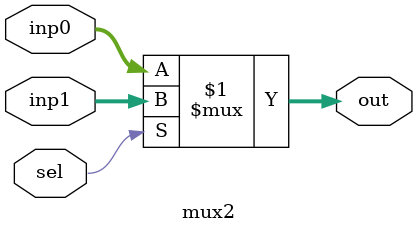
<source format=v>
module mux2X1 (input [15:0] inp0,inp1 ,output[15:0]out,input sel);
  assign out = sel ? inp1 : inp0;
endmodule

module mux2 (input [2:0] inp0,inp1 ,output[2:0] out,input sel);
  assign out = sel ? inp1 : inp0;
endmodule

</source>
